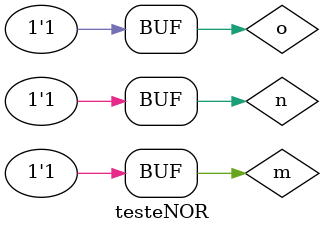
<source format=v>





module PORTANOR (s, m, n, o);
output s;
input m, n, o;

assign s = ~( m | n | o);

endmodule




module testeNOR;
reg m, n, o;
wire s1, s2, s3, s4, s;

PORTANOR NOR1(s1, m, m, m); 
PORTANOR NOR2(s2, n, n, n);
PORTANOR NOR3(s3, o, o, o);
PORTANOR NOR4(s4, s1, s2, s3);
PORTANOR NOR5(s, s4, s4, s4);

initial begin:start

 m=0; n=0; o=0;
 
 end
 
 
 
 initial begin : main
 
 $display("Guia 02 - Raphaela Fernanda Silva - 420141");
 $display("Teste PORTANOR");
 $display("m & n & o = s ");
 $monitor("%b   %b   %b = %b", m, n, o, s);
 
  #1  m=0; n=0; o=1;
  #1  m=0; n=1; o=0;
  #1  m=0; n=1; o=1;
  #1  m=1; n=0; o=0;
  #1  m=1; n=0; o=1;
  #1  m=1; n=1; o=0;
  #1  m=1; n=1; o=1;
   
 end
 
 endmodule

</source>
